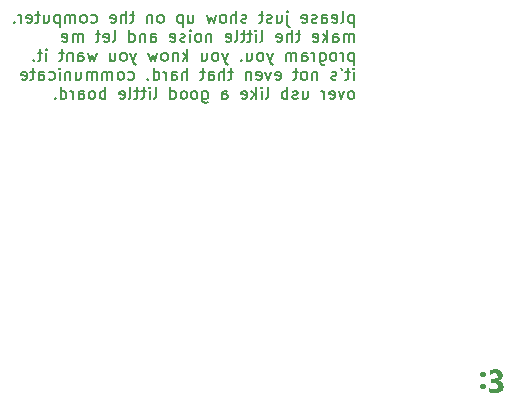
<source format=gbr>
%TF.GenerationSoftware,KiCad,Pcbnew,8.0.1*%
%TF.CreationDate,2024-07-20T14:05:52-04:00*%
%TF.ProjectId,esp32s3,65737033-3273-4332-9e6b-696361645f70,rev?*%
%TF.SameCoordinates,Original*%
%TF.FileFunction,Legend,Bot*%
%TF.FilePolarity,Positive*%
%FSLAX46Y46*%
G04 Gerber Fmt 4.6, Leading zero omitted, Abs format (unit mm)*
G04 Created by KiCad (PCBNEW 8.0.1) date 2024-07-20 14:05:52*
%MOMM*%
%LPD*%
G01*
G04 APERTURE LIST*
%ADD10C,0.200000*%
G04 APERTURE END LIST*
D10*
X144030326Y-52510776D02*
X144030326Y-53510776D01*
X144030326Y-52558395D02*
X143935088Y-52510776D01*
X143935088Y-52510776D02*
X143744612Y-52510776D01*
X143744612Y-52510776D02*
X143649374Y-52558395D01*
X143649374Y-52558395D02*
X143601755Y-52606014D01*
X143601755Y-52606014D02*
X143554136Y-52701252D01*
X143554136Y-52701252D02*
X143554136Y-52986966D01*
X143554136Y-52986966D02*
X143601755Y-53082204D01*
X143601755Y-53082204D02*
X143649374Y-53129824D01*
X143649374Y-53129824D02*
X143744612Y-53177443D01*
X143744612Y-53177443D02*
X143935088Y-53177443D01*
X143935088Y-53177443D02*
X144030326Y-53129824D01*
X142982707Y-53177443D02*
X143077945Y-53129824D01*
X143077945Y-53129824D02*
X143125564Y-53034585D01*
X143125564Y-53034585D02*
X143125564Y-52177443D01*
X142220802Y-53129824D02*
X142316040Y-53177443D01*
X142316040Y-53177443D02*
X142506516Y-53177443D01*
X142506516Y-53177443D02*
X142601754Y-53129824D01*
X142601754Y-53129824D02*
X142649373Y-53034585D01*
X142649373Y-53034585D02*
X142649373Y-52653633D01*
X142649373Y-52653633D02*
X142601754Y-52558395D01*
X142601754Y-52558395D02*
X142506516Y-52510776D01*
X142506516Y-52510776D02*
X142316040Y-52510776D01*
X142316040Y-52510776D02*
X142220802Y-52558395D01*
X142220802Y-52558395D02*
X142173183Y-52653633D01*
X142173183Y-52653633D02*
X142173183Y-52748871D01*
X142173183Y-52748871D02*
X142649373Y-52844109D01*
X141316040Y-53177443D02*
X141316040Y-52653633D01*
X141316040Y-52653633D02*
X141363659Y-52558395D01*
X141363659Y-52558395D02*
X141458897Y-52510776D01*
X141458897Y-52510776D02*
X141649373Y-52510776D01*
X141649373Y-52510776D02*
X141744611Y-52558395D01*
X141316040Y-53129824D02*
X141411278Y-53177443D01*
X141411278Y-53177443D02*
X141649373Y-53177443D01*
X141649373Y-53177443D02*
X141744611Y-53129824D01*
X141744611Y-53129824D02*
X141792230Y-53034585D01*
X141792230Y-53034585D02*
X141792230Y-52939347D01*
X141792230Y-52939347D02*
X141744611Y-52844109D01*
X141744611Y-52844109D02*
X141649373Y-52796490D01*
X141649373Y-52796490D02*
X141411278Y-52796490D01*
X141411278Y-52796490D02*
X141316040Y-52748871D01*
X140887468Y-53129824D02*
X140792230Y-53177443D01*
X140792230Y-53177443D02*
X140601754Y-53177443D01*
X140601754Y-53177443D02*
X140506516Y-53129824D01*
X140506516Y-53129824D02*
X140458897Y-53034585D01*
X140458897Y-53034585D02*
X140458897Y-52986966D01*
X140458897Y-52986966D02*
X140506516Y-52891728D01*
X140506516Y-52891728D02*
X140601754Y-52844109D01*
X140601754Y-52844109D02*
X140744611Y-52844109D01*
X140744611Y-52844109D02*
X140839849Y-52796490D01*
X140839849Y-52796490D02*
X140887468Y-52701252D01*
X140887468Y-52701252D02*
X140887468Y-52653633D01*
X140887468Y-52653633D02*
X140839849Y-52558395D01*
X140839849Y-52558395D02*
X140744611Y-52510776D01*
X140744611Y-52510776D02*
X140601754Y-52510776D01*
X140601754Y-52510776D02*
X140506516Y-52558395D01*
X139649373Y-53129824D02*
X139744611Y-53177443D01*
X139744611Y-53177443D02*
X139935087Y-53177443D01*
X139935087Y-53177443D02*
X140030325Y-53129824D01*
X140030325Y-53129824D02*
X140077944Y-53034585D01*
X140077944Y-53034585D02*
X140077944Y-52653633D01*
X140077944Y-52653633D02*
X140030325Y-52558395D01*
X140030325Y-52558395D02*
X139935087Y-52510776D01*
X139935087Y-52510776D02*
X139744611Y-52510776D01*
X139744611Y-52510776D02*
X139649373Y-52558395D01*
X139649373Y-52558395D02*
X139601754Y-52653633D01*
X139601754Y-52653633D02*
X139601754Y-52748871D01*
X139601754Y-52748871D02*
X140077944Y-52844109D01*
X138411277Y-52510776D02*
X138411277Y-53367919D01*
X138411277Y-53367919D02*
X138458896Y-53463157D01*
X138458896Y-53463157D02*
X138554134Y-53510776D01*
X138554134Y-53510776D02*
X138601753Y-53510776D01*
X138411277Y-52177443D02*
X138458896Y-52225062D01*
X138458896Y-52225062D02*
X138411277Y-52272681D01*
X138411277Y-52272681D02*
X138363658Y-52225062D01*
X138363658Y-52225062D02*
X138411277Y-52177443D01*
X138411277Y-52177443D02*
X138411277Y-52272681D01*
X137506516Y-52510776D02*
X137506516Y-53177443D01*
X137935087Y-52510776D02*
X137935087Y-53034585D01*
X137935087Y-53034585D02*
X137887468Y-53129824D01*
X137887468Y-53129824D02*
X137792230Y-53177443D01*
X137792230Y-53177443D02*
X137649373Y-53177443D01*
X137649373Y-53177443D02*
X137554135Y-53129824D01*
X137554135Y-53129824D02*
X137506516Y-53082204D01*
X137077944Y-53129824D02*
X136982706Y-53177443D01*
X136982706Y-53177443D02*
X136792230Y-53177443D01*
X136792230Y-53177443D02*
X136696992Y-53129824D01*
X136696992Y-53129824D02*
X136649373Y-53034585D01*
X136649373Y-53034585D02*
X136649373Y-52986966D01*
X136649373Y-52986966D02*
X136696992Y-52891728D01*
X136696992Y-52891728D02*
X136792230Y-52844109D01*
X136792230Y-52844109D02*
X136935087Y-52844109D01*
X136935087Y-52844109D02*
X137030325Y-52796490D01*
X137030325Y-52796490D02*
X137077944Y-52701252D01*
X137077944Y-52701252D02*
X137077944Y-52653633D01*
X137077944Y-52653633D02*
X137030325Y-52558395D01*
X137030325Y-52558395D02*
X136935087Y-52510776D01*
X136935087Y-52510776D02*
X136792230Y-52510776D01*
X136792230Y-52510776D02*
X136696992Y-52558395D01*
X136363658Y-52510776D02*
X135982706Y-52510776D01*
X136220801Y-52177443D02*
X136220801Y-53034585D01*
X136220801Y-53034585D02*
X136173182Y-53129824D01*
X136173182Y-53129824D02*
X136077944Y-53177443D01*
X136077944Y-53177443D02*
X135982706Y-53177443D01*
X134935086Y-53129824D02*
X134839848Y-53177443D01*
X134839848Y-53177443D02*
X134649372Y-53177443D01*
X134649372Y-53177443D02*
X134554134Y-53129824D01*
X134554134Y-53129824D02*
X134506515Y-53034585D01*
X134506515Y-53034585D02*
X134506515Y-52986966D01*
X134506515Y-52986966D02*
X134554134Y-52891728D01*
X134554134Y-52891728D02*
X134649372Y-52844109D01*
X134649372Y-52844109D02*
X134792229Y-52844109D01*
X134792229Y-52844109D02*
X134887467Y-52796490D01*
X134887467Y-52796490D02*
X134935086Y-52701252D01*
X134935086Y-52701252D02*
X134935086Y-52653633D01*
X134935086Y-52653633D02*
X134887467Y-52558395D01*
X134887467Y-52558395D02*
X134792229Y-52510776D01*
X134792229Y-52510776D02*
X134649372Y-52510776D01*
X134649372Y-52510776D02*
X134554134Y-52558395D01*
X134077943Y-53177443D02*
X134077943Y-52177443D01*
X133649372Y-53177443D02*
X133649372Y-52653633D01*
X133649372Y-52653633D02*
X133696991Y-52558395D01*
X133696991Y-52558395D02*
X133792229Y-52510776D01*
X133792229Y-52510776D02*
X133935086Y-52510776D01*
X133935086Y-52510776D02*
X134030324Y-52558395D01*
X134030324Y-52558395D02*
X134077943Y-52606014D01*
X133030324Y-53177443D02*
X133125562Y-53129824D01*
X133125562Y-53129824D02*
X133173181Y-53082204D01*
X133173181Y-53082204D02*
X133220800Y-52986966D01*
X133220800Y-52986966D02*
X133220800Y-52701252D01*
X133220800Y-52701252D02*
X133173181Y-52606014D01*
X133173181Y-52606014D02*
X133125562Y-52558395D01*
X133125562Y-52558395D02*
X133030324Y-52510776D01*
X133030324Y-52510776D02*
X132887467Y-52510776D01*
X132887467Y-52510776D02*
X132792229Y-52558395D01*
X132792229Y-52558395D02*
X132744610Y-52606014D01*
X132744610Y-52606014D02*
X132696991Y-52701252D01*
X132696991Y-52701252D02*
X132696991Y-52986966D01*
X132696991Y-52986966D02*
X132744610Y-53082204D01*
X132744610Y-53082204D02*
X132792229Y-53129824D01*
X132792229Y-53129824D02*
X132887467Y-53177443D01*
X132887467Y-53177443D02*
X133030324Y-53177443D01*
X132363657Y-52510776D02*
X132173181Y-53177443D01*
X132173181Y-53177443D02*
X131982705Y-52701252D01*
X131982705Y-52701252D02*
X131792229Y-53177443D01*
X131792229Y-53177443D02*
X131601753Y-52510776D01*
X130030324Y-52510776D02*
X130030324Y-53177443D01*
X130458895Y-52510776D02*
X130458895Y-53034585D01*
X130458895Y-53034585D02*
X130411276Y-53129824D01*
X130411276Y-53129824D02*
X130316038Y-53177443D01*
X130316038Y-53177443D02*
X130173181Y-53177443D01*
X130173181Y-53177443D02*
X130077943Y-53129824D01*
X130077943Y-53129824D02*
X130030324Y-53082204D01*
X129554133Y-52510776D02*
X129554133Y-53510776D01*
X129554133Y-52558395D02*
X129458895Y-52510776D01*
X129458895Y-52510776D02*
X129268419Y-52510776D01*
X129268419Y-52510776D02*
X129173181Y-52558395D01*
X129173181Y-52558395D02*
X129125562Y-52606014D01*
X129125562Y-52606014D02*
X129077943Y-52701252D01*
X129077943Y-52701252D02*
X129077943Y-52986966D01*
X129077943Y-52986966D02*
X129125562Y-53082204D01*
X129125562Y-53082204D02*
X129173181Y-53129824D01*
X129173181Y-53129824D02*
X129268419Y-53177443D01*
X129268419Y-53177443D02*
X129458895Y-53177443D01*
X129458895Y-53177443D02*
X129554133Y-53129824D01*
X127744609Y-53177443D02*
X127839847Y-53129824D01*
X127839847Y-53129824D02*
X127887466Y-53082204D01*
X127887466Y-53082204D02*
X127935085Y-52986966D01*
X127935085Y-52986966D02*
X127935085Y-52701252D01*
X127935085Y-52701252D02*
X127887466Y-52606014D01*
X127887466Y-52606014D02*
X127839847Y-52558395D01*
X127839847Y-52558395D02*
X127744609Y-52510776D01*
X127744609Y-52510776D02*
X127601752Y-52510776D01*
X127601752Y-52510776D02*
X127506514Y-52558395D01*
X127506514Y-52558395D02*
X127458895Y-52606014D01*
X127458895Y-52606014D02*
X127411276Y-52701252D01*
X127411276Y-52701252D02*
X127411276Y-52986966D01*
X127411276Y-52986966D02*
X127458895Y-53082204D01*
X127458895Y-53082204D02*
X127506514Y-53129824D01*
X127506514Y-53129824D02*
X127601752Y-53177443D01*
X127601752Y-53177443D02*
X127744609Y-53177443D01*
X126982704Y-52510776D02*
X126982704Y-53177443D01*
X126982704Y-52606014D02*
X126935085Y-52558395D01*
X126935085Y-52558395D02*
X126839847Y-52510776D01*
X126839847Y-52510776D02*
X126696990Y-52510776D01*
X126696990Y-52510776D02*
X126601752Y-52558395D01*
X126601752Y-52558395D02*
X126554133Y-52653633D01*
X126554133Y-52653633D02*
X126554133Y-53177443D01*
X125458894Y-52510776D02*
X125077942Y-52510776D01*
X125316037Y-52177443D02*
X125316037Y-53034585D01*
X125316037Y-53034585D02*
X125268418Y-53129824D01*
X125268418Y-53129824D02*
X125173180Y-53177443D01*
X125173180Y-53177443D02*
X125077942Y-53177443D01*
X124744608Y-53177443D02*
X124744608Y-52177443D01*
X124316037Y-53177443D02*
X124316037Y-52653633D01*
X124316037Y-52653633D02*
X124363656Y-52558395D01*
X124363656Y-52558395D02*
X124458894Y-52510776D01*
X124458894Y-52510776D02*
X124601751Y-52510776D01*
X124601751Y-52510776D02*
X124696989Y-52558395D01*
X124696989Y-52558395D02*
X124744608Y-52606014D01*
X123458894Y-53129824D02*
X123554132Y-53177443D01*
X123554132Y-53177443D02*
X123744608Y-53177443D01*
X123744608Y-53177443D02*
X123839846Y-53129824D01*
X123839846Y-53129824D02*
X123887465Y-53034585D01*
X123887465Y-53034585D02*
X123887465Y-52653633D01*
X123887465Y-52653633D02*
X123839846Y-52558395D01*
X123839846Y-52558395D02*
X123744608Y-52510776D01*
X123744608Y-52510776D02*
X123554132Y-52510776D01*
X123554132Y-52510776D02*
X123458894Y-52558395D01*
X123458894Y-52558395D02*
X123411275Y-52653633D01*
X123411275Y-52653633D02*
X123411275Y-52748871D01*
X123411275Y-52748871D02*
X123887465Y-52844109D01*
X121792227Y-53129824D02*
X121887465Y-53177443D01*
X121887465Y-53177443D02*
X122077941Y-53177443D01*
X122077941Y-53177443D02*
X122173179Y-53129824D01*
X122173179Y-53129824D02*
X122220798Y-53082204D01*
X122220798Y-53082204D02*
X122268417Y-52986966D01*
X122268417Y-52986966D02*
X122268417Y-52701252D01*
X122268417Y-52701252D02*
X122220798Y-52606014D01*
X122220798Y-52606014D02*
X122173179Y-52558395D01*
X122173179Y-52558395D02*
X122077941Y-52510776D01*
X122077941Y-52510776D02*
X121887465Y-52510776D01*
X121887465Y-52510776D02*
X121792227Y-52558395D01*
X121220798Y-53177443D02*
X121316036Y-53129824D01*
X121316036Y-53129824D02*
X121363655Y-53082204D01*
X121363655Y-53082204D02*
X121411274Y-52986966D01*
X121411274Y-52986966D02*
X121411274Y-52701252D01*
X121411274Y-52701252D02*
X121363655Y-52606014D01*
X121363655Y-52606014D02*
X121316036Y-52558395D01*
X121316036Y-52558395D02*
X121220798Y-52510776D01*
X121220798Y-52510776D02*
X121077941Y-52510776D01*
X121077941Y-52510776D02*
X120982703Y-52558395D01*
X120982703Y-52558395D02*
X120935084Y-52606014D01*
X120935084Y-52606014D02*
X120887465Y-52701252D01*
X120887465Y-52701252D02*
X120887465Y-52986966D01*
X120887465Y-52986966D02*
X120935084Y-53082204D01*
X120935084Y-53082204D02*
X120982703Y-53129824D01*
X120982703Y-53129824D02*
X121077941Y-53177443D01*
X121077941Y-53177443D02*
X121220798Y-53177443D01*
X120458893Y-53177443D02*
X120458893Y-52510776D01*
X120458893Y-52606014D02*
X120411274Y-52558395D01*
X120411274Y-52558395D02*
X120316036Y-52510776D01*
X120316036Y-52510776D02*
X120173179Y-52510776D01*
X120173179Y-52510776D02*
X120077941Y-52558395D01*
X120077941Y-52558395D02*
X120030322Y-52653633D01*
X120030322Y-52653633D02*
X120030322Y-53177443D01*
X120030322Y-52653633D02*
X119982703Y-52558395D01*
X119982703Y-52558395D02*
X119887465Y-52510776D01*
X119887465Y-52510776D02*
X119744608Y-52510776D01*
X119744608Y-52510776D02*
X119649369Y-52558395D01*
X119649369Y-52558395D02*
X119601750Y-52653633D01*
X119601750Y-52653633D02*
X119601750Y-53177443D01*
X119125560Y-52510776D02*
X119125560Y-53510776D01*
X119125560Y-52558395D02*
X119030322Y-52510776D01*
X119030322Y-52510776D02*
X118839846Y-52510776D01*
X118839846Y-52510776D02*
X118744608Y-52558395D01*
X118744608Y-52558395D02*
X118696989Y-52606014D01*
X118696989Y-52606014D02*
X118649370Y-52701252D01*
X118649370Y-52701252D02*
X118649370Y-52986966D01*
X118649370Y-52986966D02*
X118696989Y-53082204D01*
X118696989Y-53082204D02*
X118744608Y-53129824D01*
X118744608Y-53129824D02*
X118839846Y-53177443D01*
X118839846Y-53177443D02*
X119030322Y-53177443D01*
X119030322Y-53177443D02*
X119125560Y-53129824D01*
X117792227Y-52510776D02*
X117792227Y-53177443D01*
X118220798Y-52510776D02*
X118220798Y-53034585D01*
X118220798Y-53034585D02*
X118173179Y-53129824D01*
X118173179Y-53129824D02*
X118077941Y-53177443D01*
X118077941Y-53177443D02*
X117935084Y-53177443D01*
X117935084Y-53177443D02*
X117839846Y-53129824D01*
X117839846Y-53129824D02*
X117792227Y-53082204D01*
X117458893Y-52510776D02*
X117077941Y-52510776D01*
X117316036Y-52177443D02*
X117316036Y-53034585D01*
X117316036Y-53034585D02*
X117268417Y-53129824D01*
X117268417Y-53129824D02*
X117173179Y-53177443D01*
X117173179Y-53177443D02*
X117077941Y-53177443D01*
X116363655Y-53129824D02*
X116458893Y-53177443D01*
X116458893Y-53177443D02*
X116649369Y-53177443D01*
X116649369Y-53177443D02*
X116744607Y-53129824D01*
X116744607Y-53129824D02*
X116792226Y-53034585D01*
X116792226Y-53034585D02*
X116792226Y-52653633D01*
X116792226Y-52653633D02*
X116744607Y-52558395D01*
X116744607Y-52558395D02*
X116649369Y-52510776D01*
X116649369Y-52510776D02*
X116458893Y-52510776D01*
X116458893Y-52510776D02*
X116363655Y-52558395D01*
X116363655Y-52558395D02*
X116316036Y-52653633D01*
X116316036Y-52653633D02*
X116316036Y-52748871D01*
X116316036Y-52748871D02*
X116792226Y-52844109D01*
X115887464Y-53177443D02*
X115887464Y-52510776D01*
X115887464Y-52701252D02*
X115839845Y-52606014D01*
X115839845Y-52606014D02*
X115792226Y-52558395D01*
X115792226Y-52558395D02*
X115696988Y-52510776D01*
X115696988Y-52510776D02*
X115601750Y-52510776D01*
X115268416Y-53082204D02*
X115220797Y-53129824D01*
X115220797Y-53129824D02*
X115268416Y-53177443D01*
X115268416Y-53177443D02*
X115316035Y-53129824D01*
X115316035Y-53129824D02*
X115268416Y-53082204D01*
X115268416Y-53082204D02*
X115268416Y-53177443D01*
X144030326Y-54787387D02*
X144030326Y-54120720D01*
X144030326Y-54215958D02*
X143982707Y-54168339D01*
X143982707Y-54168339D02*
X143887469Y-54120720D01*
X143887469Y-54120720D02*
X143744612Y-54120720D01*
X143744612Y-54120720D02*
X143649374Y-54168339D01*
X143649374Y-54168339D02*
X143601755Y-54263577D01*
X143601755Y-54263577D02*
X143601755Y-54787387D01*
X143601755Y-54263577D02*
X143554136Y-54168339D01*
X143554136Y-54168339D02*
X143458898Y-54120720D01*
X143458898Y-54120720D02*
X143316041Y-54120720D01*
X143316041Y-54120720D02*
X143220802Y-54168339D01*
X143220802Y-54168339D02*
X143173183Y-54263577D01*
X143173183Y-54263577D02*
X143173183Y-54787387D01*
X142268422Y-54787387D02*
X142268422Y-54263577D01*
X142268422Y-54263577D02*
X142316041Y-54168339D01*
X142316041Y-54168339D02*
X142411279Y-54120720D01*
X142411279Y-54120720D02*
X142601755Y-54120720D01*
X142601755Y-54120720D02*
X142696993Y-54168339D01*
X142268422Y-54739768D02*
X142363660Y-54787387D01*
X142363660Y-54787387D02*
X142601755Y-54787387D01*
X142601755Y-54787387D02*
X142696993Y-54739768D01*
X142696993Y-54739768D02*
X142744612Y-54644529D01*
X142744612Y-54644529D02*
X142744612Y-54549291D01*
X142744612Y-54549291D02*
X142696993Y-54454053D01*
X142696993Y-54454053D02*
X142601755Y-54406434D01*
X142601755Y-54406434D02*
X142363660Y-54406434D01*
X142363660Y-54406434D02*
X142268422Y-54358815D01*
X141792231Y-54787387D02*
X141792231Y-53787387D01*
X141696993Y-54406434D02*
X141411279Y-54787387D01*
X141411279Y-54120720D02*
X141792231Y-54501672D01*
X140601755Y-54739768D02*
X140696993Y-54787387D01*
X140696993Y-54787387D02*
X140887469Y-54787387D01*
X140887469Y-54787387D02*
X140982707Y-54739768D01*
X140982707Y-54739768D02*
X141030326Y-54644529D01*
X141030326Y-54644529D02*
X141030326Y-54263577D01*
X141030326Y-54263577D02*
X140982707Y-54168339D01*
X140982707Y-54168339D02*
X140887469Y-54120720D01*
X140887469Y-54120720D02*
X140696993Y-54120720D01*
X140696993Y-54120720D02*
X140601755Y-54168339D01*
X140601755Y-54168339D02*
X140554136Y-54263577D01*
X140554136Y-54263577D02*
X140554136Y-54358815D01*
X140554136Y-54358815D02*
X141030326Y-54454053D01*
X139506516Y-54120720D02*
X139125564Y-54120720D01*
X139363659Y-53787387D02*
X139363659Y-54644529D01*
X139363659Y-54644529D02*
X139316040Y-54739768D01*
X139316040Y-54739768D02*
X139220802Y-54787387D01*
X139220802Y-54787387D02*
X139125564Y-54787387D01*
X138792230Y-54787387D02*
X138792230Y-53787387D01*
X138363659Y-54787387D02*
X138363659Y-54263577D01*
X138363659Y-54263577D02*
X138411278Y-54168339D01*
X138411278Y-54168339D02*
X138506516Y-54120720D01*
X138506516Y-54120720D02*
X138649373Y-54120720D01*
X138649373Y-54120720D02*
X138744611Y-54168339D01*
X138744611Y-54168339D02*
X138792230Y-54215958D01*
X137506516Y-54739768D02*
X137601754Y-54787387D01*
X137601754Y-54787387D02*
X137792230Y-54787387D01*
X137792230Y-54787387D02*
X137887468Y-54739768D01*
X137887468Y-54739768D02*
X137935087Y-54644529D01*
X137935087Y-54644529D02*
X137935087Y-54263577D01*
X137935087Y-54263577D02*
X137887468Y-54168339D01*
X137887468Y-54168339D02*
X137792230Y-54120720D01*
X137792230Y-54120720D02*
X137601754Y-54120720D01*
X137601754Y-54120720D02*
X137506516Y-54168339D01*
X137506516Y-54168339D02*
X137458897Y-54263577D01*
X137458897Y-54263577D02*
X137458897Y-54358815D01*
X137458897Y-54358815D02*
X137935087Y-54454053D01*
X136125563Y-54787387D02*
X136220801Y-54739768D01*
X136220801Y-54739768D02*
X136268420Y-54644529D01*
X136268420Y-54644529D02*
X136268420Y-53787387D01*
X135744610Y-54787387D02*
X135744610Y-54120720D01*
X135744610Y-53787387D02*
X135792229Y-53835006D01*
X135792229Y-53835006D02*
X135744610Y-53882625D01*
X135744610Y-53882625D02*
X135696991Y-53835006D01*
X135696991Y-53835006D02*
X135744610Y-53787387D01*
X135744610Y-53787387D02*
X135744610Y-53882625D01*
X135411277Y-54120720D02*
X135030325Y-54120720D01*
X135268420Y-53787387D02*
X135268420Y-54644529D01*
X135268420Y-54644529D02*
X135220801Y-54739768D01*
X135220801Y-54739768D02*
X135125563Y-54787387D01*
X135125563Y-54787387D02*
X135030325Y-54787387D01*
X134839848Y-54120720D02*
X134458896Y-54120720D01*
X134696991Y-53787387D02*
X134696991Y-54644529D01*
X134696991Y-54644529D02*
X134649372Y-54739768D01*
X134649372Y-54739768D02*
X134554134Y-54787387D01*
X134554134Y-54787387D02*
X134458896Y-54787387D01*
X133982705Y-54787387D02*
X134077943Y-54739768D01*
X134077943Y-54739768D02*
X134125562Y-54644529D01*
X134125562Y-54644529D02*
X134125562Y-53787387D01*
X133220800Y-54739768D02*
X133316038Y-54787387D01*
X133316038Y-54787387D02*
X133506514Y-54787387D01*
X133506514Y-54787387D02*
X133601752Y-54739768D01*
X133601752Y-54739768D02*
X133649371Y-54644529D01*
X133649371Y-54644529D02*
X133649371Y-54263577D01*
X133649371Y-54263577D02*
X133601752Y-54168339D01*
X133601752Y-54168339D02*
X133506514Y-54120720D01*
X133506514Y-54120720D02*
X133316038Y-54120720D01*
X133316038Y-54120720D02*
X133220800Y-54168339D01*
X133220800Y-54168339D02*
X133173181Y-54263577D01*
X133173181Y-54263577D02*
X133173181Y-54358815D01*
X133173181Y-54358815D02*
X133649371Y-54454053D01*
X131982704Y-54120720D02*
X131982704Y-54787387D01*
X131982704Y-54215958D02*
X131935085Y-54168339D01*
X131935085Y-54168339D02*
X131839847Y-54120720D01*
X131839847Y-54120720D02*
X131696990Y-54120720D01*
X131696990Y-54120720D02*
X131601752Y-54168339D01*
X131601752Y-54168339D02*
X131554133Y-54263577D01*
X131554133Y-54263577D02*
X131554133Y-54787387D01*
X130935085Y-54787387D02*
X131030323Y-54739768D01*
X131030323Y-54739768D02*
X131077942Y-54692148D01*
X131077942Y-54692148D02*
X131125561Y-54596910D01*
X131125561Y-54596910D02*
X131125561Y-54311196D01*
X131125561Y-54311196D02*
X131077942Y-54215958D01*
X131077942Y-54215958D02*
X131030323Y-54168339D01*
X131030323Y-54168339D02*
X130935085Y-54120720D01*
X130935085Y-54120720D02*
X130792228Y-54120720D01*
X130792228Y-54120720D02*
X130696990Y-54168339D01*
X130696990Y-54168339D02*
X130649371Y-54215958D01*
X130649371Y-54215958D02*
X130601752Y-54311196D01*
X130601752Y-54311196D02*
X130601752Y-54596910D01*
X130601752Y-54596910D02*
X130649371Y-54692148D01*
X130649371Y-54692148D02*
X130696990Y-54739768D01*
X130696990Y-54739768D02*
X130792228Y-54787387D01*
X130792228Y-54787387D02*
X130935085Y-54787387D01*
X130173180Y-54787387D02*
X130173180Y-54120720D01*
X130173180Y-53787387D02*
X130220799Y-53835006D01*
X130220799Y-53835006D02*
X130173180Y-53882625D01*
X130173180Y-53882625D02*
X130125561Y-53835006D01*
X130125561Y-53835006D02*
X130173180Y-53787387D01*
X130173180Y-53787387D02*
X130173180Y-53882625D01*
X129744609Y-54739768D02*
X129649371Y-54787387D01*
X129649371Y-54787387D02*
X129458895Y-54787387D01*
X129458895Y-54787387D02*
X129363657Y-54739768D01*
X129363657Y-54739768D02*
X129316038Y-54644529D01*
X129316038Y-54644529D02*
X129316038Y-54596910D01*
X129316038Y-54596910D02*
X129363657Y-54501672D01*
X129363657Y-54501672D02*
X129458895Y-54454053D01*
X129458895Y-54454053D02*
X129601752Y-54454053D01*
X129601752Y-54454053D02*
X129696990Y-54406434D01*
X129696990Y-54406434D02*
X129744609Y-54311196D01*
X129744609Y-54311196D02*
X129744609Y-54263577D01*
X129744609Y-54263577D02*
X129696990Y-54168339D01*
X129696990Y-54168339D02*
X129601752Y-54120720D01*
X129601752Y-54120720D02*
X129458895Y-54120720D01*
X129458895Y-54120720D02*
X129363657Y-54168339D01*
X128506514Y-54739768D02*
X128601752Y-54787387D01*
X128601752Y-54787387D02*
X128792228Y-54787387D01*
X128792228Y-54787387D02*
X128887466Y-54739768D01*
X128887466Y-54739768D02*
X128935085Y-54644529D01*
X128935085Y-54644529D02*
X128935085Y-54263577D01*
X128935085Y-54263577D02*
X128887466Y-54168339D01*
X128887466Y-54168339D02*
X128792228Y-54120720D01*
X128792228Y-54120720D02*
X128601752Y-54120720D01*
X128601752Y-54120720D02*
X128506514Y-54168339D01*
X128506514Y-54168339D02*
X128458895Y-54263577D01*
X128458895Y-54263577D02*
X128458895Y-54358815D01*
X128458895Y-54358815D02*
X128935085Y-54454053D01*
X126839847Y-54787387D02*
X126839847Y-54263577D01*
X126839847Y-54263577D02*
X126887466Y-54168339D01*
X126887466Y-54168339D02*
X126982704Y-54120720D01*
X126982704Y-54120720D02*
X127173180Y-54120720D01*
X127173180Y-54120720D02*
X127268418Y-54168339D01*
X126839847Y-54739768D02*
X126935085Y-54787387D01*
X126935085Y-54787387D02*
X127173180Y-54787387D01*
X127173180Y-54787387D02*
X127268418Y-54739768D01*
X127268418Y-54739768D02*
X127316037Y-54644529D01*
X127316037Y-54644529D02*
X127316037Y-54549291D01*
X127316037Y-54549291D02*
X127268418Y-54454053D01*
X127268418Y-54454053D02*
X127173180Y-54406434D01*
X127173180Y-54406434D02*
X126935085Y-54406434D01*
X126935085Y-54406434D02*
X126839847Y-54358815D01*
X126363656Y-54120720D02*
X126363656Y-54787387D01*
X126363656Y-54215958D02*
X126316037Y-54168339D01*
X126316037Y-54168339D02*
X126220799Y-54120720D01*
X126220799Y-54120720D02*
X126077942Y-54120720D01*
X126077942Y-54120720D02*
X125982704Y-54168339D01*
X125982704Y-54168339D02*
X125935085Y-54263577D01*
X125935085Y-54263577D02*
X125935085Y-54787387D01*
X125030323Y-54787387D02*
X125030323Y-53787387D01*
X125030323Y-54739768D02*
X125125561Y-54787387D01*
X125125561Y-54787387D02*
X125316037Y-54787387D01*
X125316037Y-54787387D02*
X125411275Y-54739768D01*
X125411275Y-54739768D02*
X125458894Y-54692148D01*
X125458894Y-54692148D02*
X125506513Y-54596910D01*
X125506513Y-54596910D02*
X125506513Y-54311196D01*
X125506513Y-54311196D02*
X125458894Y-54215958D01*
X125458894Y-54215958D02*
X125411275Y-54168339D01*
X125411275Y-54168339D02*
X125316037Y-54120720D01*
X125316037Y-54120720D02*
X125125561Y-54120720D01*
X125125561Y-54120720D02*
X125030323Y-54168339D01*
X123649370Y-54787387D02*
X123744608Y-54739768D01*
X123744608Y-54739768D02*
X123792227Y-54644529D01*
X123792227Y-54644529D02*
X123792227Y-53787387D01*
X122887465Y-54739768D02*
X122982703Y-54787387D01*
X122982703Y-54787387D02*
X123173179Y-54787387D01*
X123173179Y-54787387D02*
X123268417Y-54739768D01*
X123268417Y-54739768D02*
X123316036Y-54644529D01*
X123316036Y-54644529D02*
X123316036Y-54263577D01*
X123316036Y-54263577D02*
X123268417Y-54168339D01*
X123268417Y-54168339D02*
X123173179Y-54120720D01*
X123173179Y-54120720D02*
X122982703Y-54120720D01*
X122982703Y-54120720D02*
X122887465Y-54168339D01*
X122887465Y-54168339D02*
X122839846Y-54263577D01*
X122839846Y-54263577D02*
X122839846Y-54358815D01*
X122839846Y-54358815D02*
X123316036Y-54454053D01*
X122554131Y-54120720D02*
X122173179Y-54120720D01*
X122411274Y-53787387D02*
X122411274Y-54644529D01*
X122411274Y-54644529D02*
X122363655Y-54739768D01*
X122363655Y-54739768D02*
X122268417Y-54787387D01*
X122268417Y-54787387D02*
X122173179Y-54787387D01*
X121077940Y-54787387D02*
X121077940Y-54120720D01*
X121077940Y-54215958D02*
X121030321Y-54168339D01*
X121030321Y-54168339D02*
X120935083Y-54120720D01*
X120935083Y-54120720D02*
X120792226Y-54120720D01*
X120792226Y-54120720D02*
X120696988Y-54168339D01*
X120696988Y-54168339D02*
X120649369Y-54263577D01*
X120649369Y-54263577D02*
X120649369Y-54787387D01*
X120649369Y-54263577D02*
X120601750Y-54168339D01*
X120601750Y-54168339D02*
X120506512Y-54120720D01*
X120506512Y-54120720D02*
X120363655Y-54120720D01*
X120363655Y-54120720D02*
X120268416Y-54168339D01*
X120268416Y-54168339D02*
X120220797Y-54263577D01*
X120220797Y-54263577D02*
X120220797Y-54787387D01*
X119363655Y-54739768D02*
X119458893Y-54787387D01*
X119458893Y-54787387D02*
X119649369Y-54787387D01*
X119649369Y-54787387D02*
X119744607Y-54739768D01*
X119744607Y-54739768D02*
X119792226Y-54644529D01*
X119792226Y-54644529D02*
X119792226Y-54263577D01*
X119792226Y-54263577D02*
X119744607Y-54168339D01*
X119744607Y-54168339D02*
X119649369Y-54120720D01*
X119649369Y-54120720D02*
X119458893Y-54120720D01*
X119458893Y-54120720D02*
X119363655Y-54168339D01*
X119363655Y-54168339D02*
X119316036Y-54263577D01*
X119316036Y-54263577D02*
X119316036Y-54358815D01*
X119316036Y-54358815D02*
X119792226Y-54454053D01*
X144030326Y-55730664D02*
X144030326Y-56730664D01*
X144030326Y-55778283D02*
X143935088Y-55730664D01*
X143935088Y-55730664D02*
X143744612Y-55730664D01*
X143744612Y-55730664D02*
X143649374Y-55778283D01*
X143649374Y-55778283D02*
X143601755Y-55825902D01*
X143601755Y-55825902D02*
X143554136Y-55921140D01*
X143554136Y-55921140D02*
X143554136Y-56206854D01*
X143554136Y-56206854D02*
X143601755Y-56302092D01*
X143601755Y-56302092D02*
X143649374Y-56349712D01*
X143649374Y-56349712D02*
X143744612Y-56397331D01*
X143744612Y-56397331D02*
X143935088Y-56397331D01*
X143935088Y-56397331D02*
X144030326Y-56349712D01*
X143125564Y-56397331D02*
X143125564Y-55730664D01*
X143125564Y-55921140D02*
X143077945Y-55825902D01*
X143077945Y-55825902D02*
X143030326Y-55778283D01*
X143030326Y-55778283D02*
X142935088Y-55730664D01*
X142935088Y-55730664D02*
X142839850Y-55730664D01*
X142363659Y-56397331D02*
X142458897Y-56349712D01*
X142458897Y-56349712D02*
X142506516Y-56302092D01*
X142506516Y-56302092D02*
X142554135Y-56206854D01*
X142554135Y-56206854D02*
X142554135Y-55921140D01*
X142554135Y-55921140D02*
X142506516Y-55825902D01*
X142506516Y-55825902D02*
X142458897Y-55778283D01*
X142458897Y-55778283D02*
X142363659Y-55730664D01*
X142363659Y-55730664D02*
X142220802Y-55730664D01*
X142220802Y-55730664D02*
X142125564Y-55778283D01*
X142125564Y-55778283D02*
X142077945Y-55825902D01*
X142077945Y-55825902D02*
X142030326Y-55921140D01*
X142030326Y-55921140D02*
X142030326Y-56206854D01*
X142030326Y-56206854D02*
X142077945Y-56302092D01*
X142077945Y-56302092D02*
X142125564Y-56349712D01*
X142125564Y-56349712D02*
X142220802Y-56397331D01*
X142220802Y-56397331D02*
X142363659Y-56397331D01*
X141173183Y-55730664D02*
X141173183Y-56540188D01*
X141173183Y-56540188D02*
X141220802Y-56635426D01*
X141220802Y-56635426D02*
X141268421Y-56683045D01*
X141268421Y-56683045D02*
X141363659Y-56730664D01*
X141363659Y-56730664D02*
X141506516Y-56730664D01*
X141506516Y-56730664D02*
X141601754Y-56683045D01*
X141173183Y-56349712D02*
X141268421Y-56397331D01*
X141268421Y-56397331D02*
X141458897Y-56397331D01*
X141458897Y-56397331D02*
X141554135Y-56349712D01*
X141554135Y-56349712D02*
X141601754Y-56302092D01*
X141601754Y-56302092D02*
X141649373Y-56206854D01*
X141649373Y-56206854D02*
X141649373Y-55921140D01*
X141649373Y-55921140D02*
X141601754Y-55825902D01*
X141601754Y-55825902D02*
X141554135Y-55778283D01*
X141554135Y-55778283D02*
X141458897Y-55730664D01*
X141458897Y-55730664D02*
X141268421Y-55730664D01*
X141268421Y-55730664D02*
X141173183Y-55778283D01*
X140696992Y-56397331D02*
X140696992Y-55730664D01*
X140696992Y-55921140D02*
X140649373Y-55825902D01*
X140649373Y-55825902D02*
X140601754Y-55778283D01*
X140601754Y-55778283D02*
X140506516Y-55730664D01*
X140506516Y-55730664D02*
X140411278Y-55730664D01*
X139649373Y-56397331D02*
X139649373Y-55873521D01*
X139649373Y-55873521D02*
X139696992Y-55778283D01*
X139696992Y-55778283D02*
X139792230Y-55730664D01*
X139792230Y-55730664D02*
X139982706Y-55730664D01*
X139982706Y-55730664D02*
X140077944Y-55778283D01*
X139649373Y-56349712D02*
X139744611Y-56397331D01*
X139744611Y-56397331D02*
X139982706Y-56397331D01*
X139982706Y-56397331D02*
X140077944Y-56349712D01*
X140077944Y-56349712D02*
X140125563Y-56254473D01*
X140125563Y-56254473D02*
X140125563Y-56159235D01*
X140125563Y-56159235D02*
X140077944Y-56063997D01*
X140077944Y-56063997D02*
X139982706Y-56016378D01*
X139982706Y-56016378D02*
X139744611Y-56016378D01*
X139744611Y-56016378D02*
X139649373Y-55968759D01*
X139173182Y-56397331D02*
X139173182Y-55730664D01*
X139173182Y-55825902D02*
X139125563Y-55778283D01*
X139125563Y-55778283D02*
X139030325Y-55730664D01*
X139030325Y-55730664D02*
X138887468Y-55730664D01*
X138887468Y-55730664D02*
X138792230Y-55778283D01*
X138792230Y-55778283D02*
X138744611Y-55873521D01*
X138744611Y-55873521D02*
X138744611Y-56397331D01*
X138744611Y-55873521D02*
X138696992Y-55778283D01*
X138696992Y-55778283D02*
X138601754Y-55730664D01*
X138601754Y-55730664D02*
X138458897Y-55730664D01*
X138458897Y-55730664D02*
X138363658Y-55778283D01*
X138363658Y-55778283D02*
X138316039Y-55873521D01*
X138316039Y-55873521D02*
X138316039Y-56397331D01*
X137173182Y-55730664D02*
X136935087Y-56397331D01*
X136696992Y-55730664D02*
X136935087Y-56397331D01*
X136935087Y-56397331D02*
X137030325Y-56635426D01*
X137030325Y-56635426D02*
X137077944Y-56683045D01*
X137077944Y-56683045D02*
X137173182Y-56730664D01*
X136173182Y-56397331D02*
X136268420Y-56349712D01*
X136268420Y-56349712D02*
X136316039Y-56302092D01*
X136316039Y-56302092D02*
X136363658Y-56206854D01*
X136363658Y-56206854D02*
X136363658Y-55921140D01*
X136363658Y-55921140D02*
X136316039Y-55825902D01*
X136316039Y-55825902D02*
X136268420Y-55778283D01*
X136268420Y-55778283D02*
X136173182Y-55730664D01*
X136173182Y-55730664D02*
X136030325Y-55730664D01*
X136030325Y-55730664D02*
X135935087Y-55778283D01*
X135935087Y-55778283D02*
X135887468Y-55825902D01*
X135887468Y-55825902D02*
X135839849Y-55921140D01*
X135839849Y-55921140D02*
X135839849Y-56206854D01*
X135839849Y-56206854D02*
X135887468Y-56302092D01*
X135887468Y-56302092D02*
X135935087Y-56349712D01*
X135935087Y-56349712D02*
X136030325Y-56397331D01*
X136030325Y-56397331D02*
X136173182Y-56397331D01*
X134982706Y-55730664D02*
X134982706Y-56397331D01*
X135411277Y-55730664D02*
X135411277Y-56254473D01*
X135411277Y-56254473D02*
X135363658Y-56349712D01*
X135363658Y-56349712D02*
X135268420Y-56397331D01*
X135268420Y-56397331D02*
X135125563Y-56397331D01*
X135125563Y-56397331D02*
X135030325Y-56349712D01*
X135030325Y-56349712D02*
X134982706Y-56302092D01*
X134506515Y-56302092D02*
X134458896Y-56349712D01*
X134458896Y-56349712D02*
X134506515Y-56397331D01*
X134506515Y-56397331D02*
X134554134Y-56349712D01*
X134554134Y-56349712D02*
X134506515Y-56302092D01*
X134506515Y-56302092D02*
X134506515Y-56397331D01*
X133363658Y-55730664D02*
X133125563Y-56397331D01*
X132887468Y-55730664D02*
X133125563Y-56397331D01*
X133125563Y-56397331D02*
X133220801Y-56635426D01*
X133220801Y-56635426D02*
X133268420Y-56683045D01*
X133268420Y-56683045D02*
X133363658Y-56730664D01*
X132363658Y-56397331D02*
X132458896Y-56349712D01*
X132458896Y-56349712D02*
X132506515Y-56302092D01*
X132506515Y-56302092D02*
X132554134Y-56206854D01*
X132554134Y-56206854D02*
X132554134Y-55921140D01*
X132554134Y-55921140D02*
X132506515Y-55825902D01*
X132506515Y-55825902D02*
X132458896Y-55778283D01*
X132458896Y-55778283D02*
X132363658Y-55730664D01*
X132363658Y-55730664D02*
X132220801Y-55730664D01*
X132220801Y-55730664D02*
X132125563Y-55778283D01*
X132125563Y-55778283D02*
X132077944Y-55825902D01*
X132077944Y-55825902D02*
X132030325Y-55921140D01*
X132030325Y-55921140D02*
X132030325Y-56206854D01*
X132030325Y-56206854D02*
X132077944Y-56302092D01*
X132077944Y-56302092D02*
X132125563Y-56349712D01*
X132125563Y-56349712D02*
X132220801Y-56397331D01*
X132220801Y-56397331D02*
X132363658Y-56397331D01*
X131173182Y-55730664D02*
X131173182Y-56397331D01*
X131601753Y-55730664D02*
X131601753Y-56254473D01*
X131601753Y-56254473D02*
X131554134Y-56349712D01*
X131554134Y-56349712D02*
X131458896Y-56397331D01*
X131458896Y-56397331D02*
X131316039Y-56397331D01*
X131316039Y-56397331D02*
X131220801Y-56349712D01*
X131220801Y-56349712D02*
X131173182Y-56302092D01*
X129935086Y-56397331D02*
X129935086Y-55397331D01*
X129839848Y-56016378D02*
X129554134Y-56397331D01*
X129554134Y-55730664D02*
X129935086Y-56111616D01*
X129125562Y-55730664D02*
X129125562Y-56397331D01*
X129125562Y-55825902D02*
X129077943Y-55778283D01*
X129077943Y-55778283D02*
X128982705Y-55730664D01*
X128982705Y-55730664D02*
X128839848Y-55730664D01*
X128839848Y-55730664D02*
X128744610Y-55778283D01*
X128744610Y-55778283D02*
X128696991Y-55873521D01*
X128696991Y-55873521D02*
X128696991Y-56397331D01*
X128077943Y-56397331D02*
X128173181Y-56349712D01*
X128173181Y-56349712D02*
X128220800Y-56302092D01*
X128220800Y-56302092D02*
X128268419Y-56206854D01*
X128268419Y-56206854D02*
X128268419Y-55921140D01*
X128268419Y-55921140D02*
X128220800Y-55825902D01*
X128220800Y-55825902D02*
X128173181Y-55778283D01*
X128173181Y-55778283D02*
X128077943Y-55730664D01*
X128077943Y-55730664D02*
X127935086Y-55730664D01*
X127935086Y-55730664D02*
X127839848Y-55778283D01*
X127839848Y-55778283D02*
X127792229Y-55825902D01*
X127792229Y-55825902D02*
X127744610Y-55921140D01*
X127744610Y-55921140D02*
X127744610Y-56206854D01*
X127744610Y-56206854D02*
X127792229Y-56302092D01*
X127792229Y-56302092D02*
X127839848Y-56349712D01*
X127839848Y-56349712D02*
X127935086Y-56397331D01*
X127935086Y-56397331D02*
X128077943Y-56397331D01*
X127411276Y-55730664D02*
X127220800Y-56397331D01*
X127220800Y-56397331D02*
X127030324Y-55921140D01*
X127030324Y-55921140D02*
X126839848Y-56397331D01*
X126839848Y-56397331D02*
X126649372Y-55730664D01*
X125601752Y-55730664D02*
X125363657Y-56397331D01*
X125125562Y-55730664D02*
X125363657Y-56397331D01*
X125363657Y-56397331D02*
X125458895Y-56635426D01*
X125458895Y-56635426D02*
X125506514Y-56683045D01*
X125506514Y-56683045D02*
X125601752Y-56730664D01*
X124601752Y-56397331D02*
X124696990Y-56349712D01*
X124696990Y-56349712D02*
X124744609Y-56302092D01*
X124744609Y-56302092D02*
X124792228Y-56206854D01*
X124792228Y-56206854D02*
X124792228Y-55921140D01*
X124792228Y-55921140D02*
X124744609Y-55825902D01*
X124744609Y-55825902D02*
X124696990Y-55778283D01*
X124696990Y-55778283D02*
X124601752Y-55730664D01*
X124601752Y-55730664D02*
X124458895Y-55730664D01*
X124458895Y-55730664D02*
X124363657Y-55778283D01*
X124363657Y-55778283D02*
X124316038Y-55825902D01*
X124316038Y-55825902D02*
X124268419Y-55921140D01*
X124268419Y-55921140D02*
X124268419Y-56206854D01*
X124268419Y-56206854D02*
X124316038Y-56302092D01*
X124316038Y-56302092D02*
X124363657Y-56349712D01*
X124363657Y-56349712D02*
X124458895Y-56397331D01*
X124458895Y-56397331D02*
X124601752Y-56397331D01*
X123411276Y-55730664D02*
X123411276Y-56397331D01*
X123839847Y-55730664D02*
X123839847Y-56254473D01*
X123839847Y-56254473D02*
X123792228Y-56349712D01*
X123792228Y-56349712D02*
X123696990Y-56397331D01*
X123696990Y-56397331D02*
X123554133Y-56397331D01*
X123554133Y-56397331D02*
X123458895Y-56349712D01*
X123458895Y-56349712D02*
X123411276Y-56302092D01*
X122268418Y-55730664D02*
X122077942Y-56397331D01*
X122077942Y-56397331D02*
X121887466Y-55921140D01*
X121887466Y-55921140D02*
X121696990Y-56397331D01*
X121696990Y-56397331D02*
X121506514Y-55730664D01*
X120696990Y-56397331D02*
X120696990Y-55873521D01*
X120696990Y-55873521D02*
X120744609Y-55778283D01*
X120744609Y-55778283D02*
X120839847Y-55730664D01*
X120839847Y-55730664D02*
X121030323Y-55730664D01*
X121030323Y-55730664D02*
X121125561Y-55778283D01*
X120696990Y-56349712D02*
X120792228Y-56397331D01*
X120792228Y-56397331D02*
X121030323Y-56397331D01*
X121030323Y-56397331D02*
X121125561Y-56349712D01*
X121125561Y-56349712D02*
X121173180Y-56254473D01*
X121173180Y-56254473D02*
X121173180Y-56159235D01*
X121173180Y-56159235D02*
X121125561Y-56063997D01*
X121125561Y-56063997D02*
X121030323Y-56016378D01*
X121030323Y-56016378D02*
X120792228Y-56016378D01*
X120792228Y-56016378D02*
X120696990Y-55968759D01*
X120220799Y-55730664D02*
X120220799Y-56397331D01*
X120220799Y-55825902D02*
X120173180Y-55778283D01*
X120173180Y-55778283D02*
X120077942Y-55730664D01*
X120077942Y-55730664D02*
X119935085Y-55730664D01*
X119935085Y-55730664D02*
X119839847Y-55778283D01*
X119839847Y-55778283D02*
X119792228Y-55873521D01*
X119792228Y-55873521D02*
X119792228Y-56397331D01*
X119458894Y-55730664D02*
X119077942Y-55730664D01*
X119316037Y-55397331D02*
X119316037Y-56254473D01*
X119316037Y-56254473D02*
X119268418Y-56349712D01*
X119268418Y-56349712D02*
X119173180Y-56397331D01*
X119173180Y-56397331D02*
X119077942Y-56397331D01*
X117982703Y-56397331D02*
X117982703Y-55730664D01*
X117982703Y-55397331D02*
X118030322Y-55444950D01*
X118030322Y-55444950D02*
X117982703Y-55492569D01*
X117982703Y-55492569D02*
X117935084Y-55444950D01*
X117935084Y-55444950D02*
X117982703Y-55397331D01*
X117982703Y-55397331D02*
X117982703Y-55492569D01*
X117649370Y-55730664D02*
X117268418Y-55730664D01*
X117506513Y-55397331D02*
X117506513Y-56254473D01*
X117506513Y-56254473D02*
X117458894Y-56349712D01*
X117458894Y-56349712D02*
X117363656Y-56397331D01*
X117363656Y-56397331D02*
X117268418Y-56397331D01*
X116935084Y-56302092D02*
X116887465Y-56349712D01*
X116887465Y-56349712D02*
X116935084Y-56397331D01*
X116935084Y-56397331D02*
X116982703Y-56349712D01*
X116982703Y-56349712D02*
X116935084Y-56302092D01*
X116935084Y-56302092D02*
X116935084Y-56397331D01*
X144030326Y-58007275D02*
X144030326Y-57340608D01*
X144030326Y-57007275D02*
X144077945Y-57054894D01*
X144077945Y-57054894D02*
X144030326Y-57102513D01*
X144030326Y-57102513D02*
X143982707Y-57054894D01*
X143982707Y-57054894D02*
X144030326Y-57007275D01*
X144030326Y-57007275D02*
X144030326Y-57102513D01*
X143696993Y-57340608D02*
X143316041Y-57340608D01*
X143554136Y-57007275D02*
X143554136Y-57864417D01*
X143554136Y-57864417D02*
X143506517Y-57959656D01*
X143506517Y-57959656D02*
X143411279Y-58007275D01*
X143411279Y-58007275D02*
X143316041Y-58007275D01*
X142935088Y-57007275D02*
X143030326Y-57197751D01*
X142554136Y-57959656D02*
X142458898Y-58007275D01*
X142458898Y-58007275D02*
X142268422Y-58007275D01*
X142268422Y-58007275D02*
X142173184Y-57959656D01*
X142173184Y-57959656D02*
X142125565Y-57864417D01*
X142125565Y-57864417D02*
X142125565Y-57816798D01*
X142125565Y-57816798D02*
X142173184Y-57721560D01*
X142173184Y-57721560D02*
X142268422Y-57673941D01*
X142268422Y-57673941D02*
X142411279Y-57673941D01*
X142411279Y-57673941D02*
X142506517Y-57626322D01*
X142506517Y-57626322D02*
X142554136Y-57531084D01*
X142554136Y-57531084D02*
X142554136Y-57483465D01*
X142554136Y-57483465D02*
X142506517Y-57388227D01*
X142506517Y-57388227D02*
X142411279Y-57340608D01*
X142411279Y-57340608D02*
X142268422Y-57340608D01*
X142268422Y-57340608D02*
X142173184Y-57388227D01*
X140935088Y-57340608D02*
X140935088Y-58007275D01*
X140935088Y-57435846D02*
X140887469Y-57388227D01*
X140887469Y-57388227D02*
X140792231Y-57340608D01*
X140792231Y-57340608D02*
X140649374Y-57340608D01*
X140649374Y-57340608D02*
X140554136Y-57388227D01*
X140554136Y-57388227D02*
X140506517Y-57483465D01*
X140506517Y-57483465D02*
X140506517Y-58007275D01*
X139887469Y-58007275D02*
X139982707Y-57959656D01*
X139982707Y-57959656D02*
X140030326Y-57912036D01*
X140030326Y-57912036D02*
X140077945Y-57816798D01*
X140077945Y-57816798D02*
X140077945Y-57531084D01*
X140077945Y-57531084D02*
X140030326Y-57435846D01*
X140030326Y-57435846D02*
X139982707Y-57388227D01*
X139982707Y-57388227D02*
X139887469Y-57340608D01*
X139887469Y-57340608D02*
X139744612Y-57340608D01*
X139744612Y-57340608D02*
X139649374Y-57388227D01*
X139649374Y-57388227D02*
X139601755Y-57435846D01*
X139601755Y-57435846D02*
X139554136Y-57531084D01*
X139554136Y-57531084D02*
X139554136Y-57816798D01*
X139554136Y-57816798D02*
X139601755Y-57912036D01*
X139601755Y-57912036D02*
X139649374Y-57959656D01*
X139649374Y-57959656D02*
X139744612Y-58007275D01*
X139744612Y-58007275D02*
X139887469Y-58007275D01*
X139268421Y-57340608D02*
X138887469Y-57340608D01*
X139125564Y-57007275D02*
X139125564Y-57864417D01*
X139125564Y-57864417D02*
X139077945Y-57959656D01*
X139077945Y-57959656D02*
X138982707Y-58007275D01*
X138982707Y-58007275D02*
X138887469Y-58007275D01*
X137411278Y-57959656D02*
X137506516Y-58007275D01*
X137506516Y-58007275D02*
X137696992Y-58007275D01*
X137696992Y-58007275D02*
X137792230Y-57959656D01*
X137792230Y-57959656D02*
X137839849Y-57864417D01*
X137839849Y-57864417D02*
X137839849Y-57483465D01*
X137839849Y-57483465D02*
X137792230Y-57388227D01*
X137792230Y-57388227D02*
X137696992Y-57340608D01*
X137696992Y-57340608D02*
X137506516Y-57340608D01*
X137506516Y-57340608D02*
X137411278Y-57388227D01*
X137411278Y-57388227D02*
X137363659Y-57483465D01*
X137363659Y-57483465D02*
X137363659Y-57578703D01*
X137363659Y-57578703D02*
X137839849Y-57673941D01*
X137030325Y-57340608D02*
X136792230Y-58007275D01*
X136792230Y-58007275D02*
X136554135Y-57340608D01*
X135792230Y-57959656D02*
X135887468Y-58007275D01*
X135887468Y-58007275D02*
X136077944Y-58007275D01*
X136077944Y-58007275D02*
X136173182Y-57959656D01*
X136173182Y-57959656D02*
X136220801Y-57864417D01*
X136220801Y-57864417D02*
X136220801Y-57483465D01*
X136220801Y-57483465D02*
X136173182Y-57388227D01*
X136173182Y-57388227D02*
X136077944Y-57340608D01*
X136077944Y-57340608D02*
X135887468Y-57340608D01*
X135887468Y-57340608D02*
X135792230Y-57388227D01*
X135792230Y-57388227D02*
X135744611Y-57483465D01*
X135744611Y-57483465D02*
X135744611Y-57578703D01*
X135744611Y-57578703D02*
X136220801Y-57673941D01*
X135316039Y-57340608D02*
X135316039Y-58007275D01*
X135316039Y-57435846D02*
X135268420Y-57388227D01*
X135268420Y-57388227D02*
X135173182Y-57340608D01*
X135173182Y-57340608D02*
X135030325Y-57340608D01*
X135030325Y-57340608D02*
X134935087Y-57388227D01*
X134935087Y-57388227D02*
X134887468Y-57483465D01*
X134887468Y-57483465D02*
X134887468Y-58007275D01*
X133792229Y-57340608D02*
X133411277Y-57340608D01*
X133649372Y-57007275D02*
X133649372Y-57864417D01*
X133649372Y-57864417D02*
X133601753Y-57959656D01*
X133601753Y-57959656D02*
X133506515Y-58007275D01*
X133506515Y-58007275D02*
X133411277Y-58007275D01*
X133077943Y-58007275D02*
X133077943Y-57007275D01*
X132649372Y-58007275D02*
X132649372Y-57483465D01*
X132649372Y-57483465D02*
X132696991Y-57388227D01*
X132696991Y-57388227D02*
X132792229Y-57340608D01*
X132792229Y-57340608D02*
X132935086Y-57340608D01*
X132935086Y-57340608D02*
X133030324Y-57388227D01*
X133030324Y-57388227D02*
X133077943Y-57435846D01*
X131744610Y-58007275D02*
X131744610Y-57483465D01*
X131744610Y-57483465D02*
X131792229Y-57388227D01*
X131792229Y-57388227D02*
X131887467Y-57340608D01*
X131887467Y-57340608D02*
X132077943Y-57340608D01*
X132077943Y-57340608D02*
X132173181Y-57388227D01*
X131744610Y-57959656D02*
X131839848Y-58007275D01*
X131839848Y-58007275D02*
X132077943Y-58007275D01*
X132077943Y-58007275D02*
X132173181Y-57959656D01*
X132173181Y-57959656D02*
X132220800Y-57864417D01*
X132220800Y-57864417D02*
X132220800Y-57769179D01*
X132220800Y-57769179D02*
X132173181Y-57673941D01*
X132173181Y-57673941D02*
X132077943Y-57626322D01*
X132077943Y-57626322D02*
X131839848Y-57626322D01*
X131839848Y-57626322D02*
X131744610Y-57578703D01*
X131411276Y-57340608D02*
X131030324Y-57340608D01*
X131268419Y-57007275D02*
X131268419Y-57864417D01*
X131268419Y-57864417D02*
X131220800Y-57959656D01*
X131220800Y-57959656D02*
X131125562Y-58007275D01*
X131125562Y-58007275D02*
X131030324Y-58007275D01*
X129935085Y-58007275D02*
X129935085Y-57007275D01*
X129506514Y-58007275D02*
X129506514Y-57483465D01*
X129506514Y-57483465D02*
X129554133Y-57388227D01*
X129554133Y-57388227D02*
X129649371Y-57340608D01*
X129649371Y-57340608D02*
X129792228Y-57340608D01*
X129792228Y-57340608D02*
X129887466Y-57388227D01*
X129887466Y-57388227D02*
X129935085Y-57435846D01*
X128601752Y-58007275D02*
X128601752Y-57483465D01*
X128601752Y-57483465D02*
X128649371Y-57388227D01*
X128649371Y-57388227D02*
X128744609Y-57340608D01*
X128744609Y-57340608D02*
X128935085Y-57340608D01*
X128935085Y-57340608D02*
X129030323Y-57388227D01*
X128601752Y-57959656D02*
X128696990Y-58007275D01*
X128696990Y-58007275D02*
X128935085Y-58007275D01*
X128935085Y-58007275D02*
X129030323Y-57959656D01*
X129030323Y-57959656D02*
X129077942Y-57864417D01*
X129077942Y-57864417D02*
X129077942Y-57769179D01*
X129077942Y-57769179D02*
X129030323Y-57673941D01*
X129030323Y-57673941D02*
X128935085Y-57626322D01*
X128935085Y-57626322D02*
X128696990Y-57626322D01*
X128696990Y-57626322D02*
X128601752Y-57578703D01*
X128125561Y-58007275D02*
X128125561Y-57340608D01*
X128125561Y-57531084D02*
X128077942Y-57435846D01*
X128077942Y-57435846D02*
X128030323Y-57388227D01*
X128030323Y-57388227D02*
X127935085Y-57340608D01*
X127935085Y-57340608D02*
X127839847Y-57340608D01*
X127077942Y-58007275D02*
X127077942Y-57007275D01*
X127077942Y-57959656D02*
X127173180Y-58007275D01*
X127173180Y-58007275D02*
X127363656Y-58007275D01*
X127363656Y-58007275D02*
X127458894Y-57959656D01*
X127458894Y-57959656D02*
X127506513Y-57912036D01*
X127506513Y-57912036D02*
X127554132Y-57816798D01*
X127554132Y-57816798D02*
X127554132Y-57531084D01*
X127554132Y-57531084D02*
X127506513Y-57435846D01*
X127506513Y-57435846D02*
X127458894Y-57388227D01*
X127458894Y-57388227D02*
X127363656Y-57340608D01*
X127363656Y-57340608D02*
X127173180Y-57340608D01*
X127173180Y-57340608D02*
X127077942Y-57388227D01*
X126601751Y-57912036D02*
X126554132Y-57959656D01*
X126554132Y-57959656D02*
X126601751Y-58007275D01*
X126601751Y-58007275D02*
X126649370Y-57959656D01*
X126649370Y-57959656D02*
X126601751Y-57912036D01*
X126601751Y-57912036D02*
X126601751Y-58007275D01*
X124935085Y-57959656D02*
X125030323Y-58007275D01*
X125030323Y-58007275D02*
X125220799Y-58007275D01*
X125220799Y-58007275D02*
X125316037Y-57959656D01*
X125316037Y-57959656D02*
X125363656Y-57912036D01*
X125363656Y-57912036D02*
X125411275Y-57816798D01*
X125411275Y-57816798D02*
X125411275Y-57531084D01*
X125411275Y-57531084D02*
X125363656Y-57435846D01*
X125363656Y-57435846D02*
X125316037Y-57388227D01*
X125316037Y-57388227D02*
X125220799Y-57340608D01*
X125220799Y-57340608D02*
X125030323Y-57340608D01*
X125030323Y-57340608D02*
X124935085Y-57388227D01*
X124363656Y-58007275D02*
X124458894Y-57959656D01*
X124458894Y-57959656D02*
X124506513Y-57912036D01*
X124506513Y-57912036D02*
X124554132Y-57816798D01*
X124554132Y-57816798D02*
X124554132Y-57531084D01*
X124554132Y-57531084D02*
X124506513Y-57435846D01*
X124506513Y-57435846D02*
X124458894Y-57388227D01*
X124458894Y-57388227D02*
X124363656Y-57340608D01*
X124363656Y-57340608D02*
X124220799Y-57340608D01*
X124220799Y-57340608D02*
X124125561Y-57388227D01*
X124125561Y-57388227D02*
X124077942Y-57435846D01*
X124077942Y-57435846D02*
X124030323Y-57531084D01*
X124030323Y-57531084D02*
X124030323Y-57816798D01*
X124030323Y-57816798D02*
X124077942Y-57912036D01*
X124077942Y-57912036D02*
X124125561Y-57959656D01*
X124125561Y-57959656D02*
X124220799Y-58007275D01*
X124220799Y-58007275D02*
X124363656Y-58007275D01*
X123601751Y-58007275D02*
X123601751Y-57340608D01*
X123601751Y-57435846D02*
X123554132Y-57388227D01*
X123554132Y-57388227D02*
X123458894Y-57340608D01*
X123458894Y-57340608D02*
X123316037Y-57340608D01*
X123316037Y-57340608D02*
X123220799Y-57388227D01*
X123220799Y-57388227D02*
X123173180Y-57483465D01*
X123173180Y-57483465D02*
X123173180Y-58007275D01*
X123173180Y-57483465D02*
X123125561Y-57388227D01*
X123125561Y-57388227D02*
X123030323Y-57340608D01*
X123030323Y-57340608D02*
X122887466Y-57340608D01*
X122887466Y-57340608D02*
X122792227Y-57388227D01*
X122792227Y-57388227D02*
X122744608Y-57483465D01*
X122744608Y-57483465D02*
X122744608Y-58007275D01*
X122268418Y-58007275D02*
X122268418Y-57340608D01*
X122268418Y-57435846D02*
X122220799Y-57388227D01*
X122220799Y-57388227D02*
X122125561Y-57340608D01*
X122125561Y-57340608D02*
X121982704Y-57340608D01*
X121982704Y-57340608D02*
X121887466Y-57388227D01*
X121887466Y-57388227D02*
X121839847Y-57483465D01*
X121839847Y-57483465D02*
X121839847Y-58007275D01*
X121839847Y-57483465D02*
X121792228Y-57388227D01*
X121792228Y-57388227D02*
X121696990Y-57340608D01*
X121696990Y-57340608D02*
X121554133Y-57340608D01*
X121554133Y-57340608D02*
X121458894Y-57388227D01*
X121458894Y-57388227D02*
X121411275Y-57483465D01*
X121411275Y-57483465D02*
X121411275Y-58007275D01*
X120506514Y-57340608D02*
X120506514Y-58007275D01*
X120935085Y-57340608D02*
X120935085Y-57864417D01*
X120935085Y-57864417D02*
X120887466Y-57959656D01*
X120887466Y-57959656D02*
X120792228Y-58007275D01*
X120792228Y-58007275D02*
X120649371Y-58007275D01*
X120649371Y-58007275D02*
X120554133Y-57959656D01*
X120554133Y-57959656D02*
X120506514Y-57912036D01*
X120030323Y-57340608D02*
X120030323Y-58007275D01*
X120030323Y-57435846D02*
X119982704Y-57388227D01*
X119982704Y-57388227D02*
X119887466Y-57340608D01*
X119887466Y-57340608D02*
X119744609Y-57340608D01*
X119744609Y-57340608D02*
X119649371Y-57388227D01*
X119649371Y-57388227D02*
X119601752Y-57483465D01*
X119601752Y-57483465D02*
X119601752Y-58007275D01*
X119125561Y-58007275D02*
X119125561Y-57340608D01*
X119125561Y-57007275D02*
X119173180Y-57054894D01*
X119173180Y-57054894D02*
X119125561Y-57102513D01*
X119125561Y-57102513D02*
X119077942Y-57054894D01*
X119077942Y-57054894D02*
X119125561Y-57007275D01*
X119125561Y-57007275D02*
X119125561Y-57102513D01*
X118220800Y-57959656D02*
X118316038Y-58007275D01*
X118316038Y-58007275D02*
X118506514Y-58007275D01*
X118506514Y-58007275D02*
X118601752Y-57959656D01*
X118601752Y-57959656D02*
X118649371Y-57912036D01*
X118649371Y-57912036D02*
X118696990Y-57816798D01*
X118696990Y-57816798D02*
X118696990Y-57531084D01*
X118696990Y-57531084D02*
X118649371Y-57435846D01*
X118649371Y-57435846D02*
X118601752Y-57388227D01*
X118601752Y-57388227D02*
X118506514Y-57340608D01*
X118506514Y-57340608D02*
X118316038Y-57340608D01*
X118316038Y-57340608D02*
X118220800Y-57388227D01*
X117363657Y-58007275D02*
X117363657Y-57483465D01*
X117363657Y-57483465D02*
X117411276Y-57388227D01*
X117411276Y-57388227D02*
X117506514Y-57340608D01*
X117506514Y-57340608D02*
X117696990Y-57340608D01*
X117696990Y-57340608D02*
X117792228Y-57388227D01*
X117363657Y-57959656D02*
X117458895Y-58007275D01*
X117458895Y-58007275D02*
X117696990Y-58007275D01*
X117696990Y-58007275D02*
X117792228Y-57959656D01*
X117792228Y-57959656D02*
X117839847Y-57864417D01*
X117839847Y-57864417D02*
X117839847Y-57769179D01*
X117839847Y-57769179D02*
X117792228Y-57673941D01*
X117792228Y-57673941D02*
X117696990Y-57626322D01*
X117696990Y-57626322D02*
X117458895Y-57626322D01*
X117458895Y-57626322D02*
X117363657Y-57578703D01*
X117030323Y-57340608D02*
X116649371Y-57340608D01*
X116887466Y-57007275D02*
X116887466Y-57864417D01*
X116887466Y-57864417D02*
X116839847Y-57959656D01*
X116839847Y-57959656D02*
X116744609Y-58007275D01*
X116744609Y-58007275D02*
X116649371Y-58007275D01*
X115935085Y-57959656D02*
X116030323Y-58007275D01*
X116030323Y-58007275D02*
X116220799Y-58007275D01*
X116220799Y-58007275D02*
X116316037Y-57959656D01*
X116316037Y-57959656D02*
X116363656Y-57864417D01*
X116363656Y-57864417D02*
X116363656Y-57483465D01*
X116363656Y-57483465D02*
X116316037Y-57388227D01*
X116316037Y-57388227D02*
X116220799Y-57340608D01*
X116220799Y-57340608D02*
X116030323Y-57340608D01*
X116030323Y-57340608D02*
X115935085Y-57388227D01*
X115935085Y-57388227D02*
X115887466Y-57483465D01*
X115887466Y-57483465D02*
X115887466Y-57578703D01*
X115887466Y-57578703D02*
X116363656Y-57673941D01*
X143887469Y-59617219D02*
X143982707Y-59569600D01*
X143982707Y-59569600D02*
X144030326Y-59521980D01*
X144030326Y-59521980D02*
X144077945Y-59426742D01*
X144077945Y-59426742D02*
X144077945Y-59141028D01*
X144077945Y-59141028D02*
X144030326Y-59045790D01*
X144030326Y-59045790D02*
X143982707Y-58998171D01*
X143982707Y-58998171D02*
X143887469Y-58950552D01*
X143887469Y-58950552D02*
X143744612Y-58950552D01*
X143744612Y-58950552D02*
X143649374Y-58998171D01*
X143649374Y-58998171D02*
X143601755Y-59045790D01*
X143601755Y-59045790D02*
X143554136Y-59141028D01*
X143554136Y-59141028D02*
X143554136Y-59426742D01*
X143554136Y-59426742D02*
X143601755Y-59521980D01*
X143601755Y-59521980D02*
X143649374Y-59569600D01*
X143649374Y-59569600D02*
X143744612Y-59617219D01*
X143744612Y-59617219D02*
X143887469Y-59617219D01*
X143220802Y-58950552D02*
X142982707Y-59617219D01*
X142982707Y-59617219D02*
X142744612Y-58950552D01*
X141982707Y-59569600D02*
X142077945Y-59617219D01*
X142077945Y-59617219D02*
X142268421Y-59617219D01*
X142268421Y-59617219D02*
X142363659Y-59569600D01*
X142363659Y-59569600D02*
X142411278Y-59474361D01*
X142411278Y-59474361D02*
X142411278Y-59093409D01*
X142411278Y-59093409D02*
X142363659Y-58998171D01*
X142363659Y-58998171D02*
X142268421Y-58950552D01*
X142268421Y-58950552D02*
X142077945Y-58950552D01*
X142077945Y-58950552D02*
X141982707Y-58998171D01*
X141982707Y-58998171D02*
X141935088Y-59093409D01*
X141935088Y-59093409D02*
X141935088Y-59188647D01*
X141935088Y-59188647D02*
X142411278Y-59283885D01*
X141506516Y-59617219D02*
X141506516Y-58950552D01*
X141506516Y-59141028D02*
X141458897Y-59045790D01*
X141458897Y-59045790D02*
X141411278Y-58998171D01*
X141411278Y-58998171D02*
X141316040Y-58950552D01*
X141316040Y-58950552D02*
X141220802Y-58950552D01*
X139696992Y-58950552D02*
X139696992Y-59617219D01*
X140125563Y-58950552D02*
X140125563Y-59474361D01*
X140125563Y-59474361D02*
X140077944Y-59569600D01*
X140077944Y-59569600D02*
X139982706Y-59617219D01*
X139982706Y-59617219D02*
X139839849Y-59617219D01*
X139839849Y-59617219D02*
X139744611Y-59569600D01*
X139744611Y-59569600D02*
X139696992Y-59521980D01*
X139268420Y-59569600D02*
X139173182Y-59617219D01*
X139173182Y-59617219D02*
X138982706Y-59617219D01*
X138982706Y-59617219D02*
X138887468Y-59569600D01*
X138887468Y-59569600D02*
X138839849Y-59474361D01*
X138839849Y-59474361D02*
X138839849Y-59426742D01*
X138839849Y-59426742D02*
X138887468Y-59331504D01*
X138887468Y-59331504D02*
X138982706Y-59283885D01*
X138982706Y-59283885D02*
X139125563Y-59283885D01*
X139125563Y-59283885D02*
X139220801Y-59236266D01*
X139220801Y-59236266D02*
X139268420Y-59141028D01*
X139268420Y-59141028D02*
X139268420Y-59093409D01*
X139268420Y-59093409D02*
X139220801Y-58998171D01*
X139220801Y-58998171D02*
X139125563Y-58950552D01*
X139125563Y-58950552D02*
X138982706Y-58950552D01*
X138982706Y-58950552D02*
X138887468Y-58998171D01*
X138411277Y-59617219D02*
X138411277Y-58617219D01*
X138411277Y-58998171D02*
X138316039Y-58950552D01*
X138316039Y-58950552D02*
X138125563Y-58950552D01*
X138125563Y-58950552D02*
X138030325Y-58998171D01*
X138030325Y-58998171D02*
X137982706Y-59045790D01*
X137982706Y-59045790D02*
X137935087Y-59141028D01*
X137935087Y-59141028D02*
X137935087Y-59426742D01*
X137935087Y-59426742D02*
X137982706Y-59521980D01*
X137982706Y-59521980D02*
X138030325Y-59569600D01*
X138030325Y-59569600D02*
X138125563Y-59617219D01*
X138125563Y-59617219D02*
X138316039Y-59617219D01*
X138316039Y-59617219D02*
X138411277Y-59569600D01*
X136601753Y-59617219D02*
X136696991Y-59569600D01*
X136696991Y-59569600D02*
X136744610Y-59474361D01*
X136744610Y-59474361D02*
X136744610Y-58617219D01*
X136220800Y-59617219D02*
X136220800Y-58950552D01*
X136220800Y-58617219D02*
X136268419Y-58664838D01*
X136268419Y-58664838D02*
X136220800Y-58712457D01*
X136220800Y-58712457D02*
X136173181Y-58664838D01*
X136173181Y-58664838D02*
X136220800Y-58617219D01*
X136220800Y-58617219D02*
X136220800Y-58712457D01*
X135744610Y-59617219D02*
X135744610Y-58617219D01*
X135649372Y-59236266D02*
X135363658Y-59617219D01*
X135363658Y-58950552D02*
X135744610Y-59331504D01*
X134554134Y-59569600D02*
X134649372Y-59617219D01*
X134649372Y-59617219D02*
X134839848Y-59617219D01*
X134839848Y-59617219D02*
X134935086Y-59569600D01*
X134935086Y-59569600D02*
X134982705Y-59474361D01*
X134982705Y-59474361D02*
X134982705Y-59093409D01*
X134982705Y-59093409D02*
X134935086Y-58998171D01*
X134935086Y-58998171D02*
X134839848Y-58950552D01*
X134839848Y-58950552D02*
X134649372Y-58950552D01*
X134649372Y-58950552D02*
X134554134Y-58998171D01*
X134554134Y-58998171D02*
X134506515Y-59093409D01*
X134506515Y-59093409D02*
X134506515Y-59188647D01*
X134506515Y-59188647D02*
X134982705Y-59283885D01*
X132887467Y-59617219D02*
X132887467Y-59093409D01*
X132887467Y-59093409D02*
X132935086Y-58998171D01*
X132935086Y-58998171D02*
X133030324Y-58950552D01*
X133030324Y-58950552D02*
X133220800Y-58950552D01*
X133220800Y-58950552D02*
X133316038Y-58998171D01*
X132887467Y-59569600D02*
X132982705Y-59617219D01*
X132982705Y-59617219D02*
X133220800Y-59617219D01*
X133220800Y-59617219D02*
X133316038Y-59569600D01*
X133316038Y-59569600D02*
X133363657Y-59474361D01*
X133363657Y-59474361D02*
X133363657Y-59379123D01*
X133363657Y-59379123D02*
X133316038Y-59283885D01*
X133316038Y-59283885D02*
X133220800Y-59236266D01*
X133220800Y-59236266D02*
X132982705Y-59236266D01*
X132982705Y-59236266D02*
X132887467Y-59188647D01*
X131220800Y-58950552D02*
X131220800Y-59760076D01*
X131220800Y-59760076D02*
X131268419Y-59855314D01*
X131268419Y-59855314D02*
X131316038Y-59902933D01*
X131316038Y-59902933D02*
X131411276Y-59950552D01*
X131411276Y-59950552D02*
X131554133Y-59950552D01*
X131554133Y-59950552D02*
X131649371Y-59902933D01*
X131220800Y-59569600D02*
X131316038Y-59617219D01*
X131316038Y-59617219D02*
X131506514Y-59617219D01*
X131506514Y-59617219D02*
X131601752Y-59569600D01*
X131601752Y-59569600D02*
X131649371Y-59521980D01*
X131649371Y-59521980D02*
X131696990Y-59426742D01*
X131696990Y-59426742D02*
X131696990Y-59141028D01*
X131696990Y-59141028D02*
X131649371Y-59045790D01*
X131649371Y-59045790D02*
X131601752Y-58998171D01*
X131601752Y-58998171D02*
X131506514Y-58950552D01*
X131506514Y-58950552D02*
X131316038Y-58950552D01*
X131316038Y-58950552D02*
X131220800Y-58998171D01*
X130601752Y-59617219D02*
X130696990Y-59569600D01*
X130696990Y-59569600D02*
X130744609Y-59521980D01*
X130744609Y-59521980D02*
X130792228Y-59426742D01*
X130792228Y-59426742D02*
X130792228Y-59141028D01*
X130792228Y-59141028D02*
X130744609Y-59045790D01*
X130744609Y-59045790D02*
X130696990Y-58998171D01*
X130696990Y-58998171D02*
X130601752Y-58950552D01*
X130601752Y-58950552D02*
X130458895Y-58950552D01*
X130458895Y-58950552D02*
X130363657Y-58998171D01*
X130363657Y-58998171D02*
X130316038Y-59045790D01*
X130316038Y-59045790D02*
X130268419Y-59141028D01*
X130268419Y-59141028D02*
X130268419Y-59426742D01*
X130268419Y-59426742D02*
X130316038Y-59521980D01*
X130316038Y-59521980D02*
X130363657Y-59569600D01*
X130363657Y-59569600D02*
X130458895Y-59617219D01*
X130458895Y-59617219D02*
X130601752Y-59617219D01*
X129696990Y-59617219D02*
X129792228Y-59569600D01*
X129792228Y-59569600D02*
X129839847Y-59521980D01*
X129839847Y-59521980D02*
X129887466Y-59426742D01*
X129887466Y-59426742D02*
X129887466Y-59141028D01*
X129887466Y-59141028D02*
X129839847Y-59045790D01*
X129839847Y-59045790D02*
X129792228Y-58998171D01*
X129792228Y-58998171D02*
X129696990Y-58950552D01*
X129696990Y-58950552D02*
X129554133Y-58950552D01*
X129554133Y-58950552D02*
X129458895Y-58998171D01*
X129458895Y-58998171D02*
X129411276Y-59045790D01*
X129411276Y-59045790D02*
X129363657Y-59141028D01*
X129363657Y-59141028D02*
X129363657Y-59426742D01*
X129363657Y-59426742D02*
X129411276Y-59521980D01*
X129411276Y-59521980D02*
X129458895Y-59569600D01*
X129458895Y-59569600D02*
X129554133Y-59617219D01*
X129554133Y-59617219D02*
X129696990Y-59617219D01*
X128506514Y-59617219D02*
X128506514Y-58617219D01*
X128506514Y-59569600D02*
X128601752Y-59617219D01*
X128601752Y-59617219D02*
X128792228Y-59617219D01*
X128792228Y-59617219D02*
X128887466Y-59569600D01*
X128887466Y-59569600D02*
X128935085Y-59521980D01*
X128935085Y-59521980D02*
X128982704Y-59426742D01*
X128982704Y-59426742D02*
X128982704Y-59141028D01*
X128982704Y-59141028D02*
X128935085Y-59045790D01*
X128935085Y-59045790D02*
X128887466Y-58998171D01*
X128887466Y-58998171D02*
X128792228Y-58950552D01*
X128792228Y-58950552D02*
X128601752Y-58950552D01*
X128601752Y-58950552D02*
X128506514Y-58998171D01*
X127125561Y-59617219D02*
X127220799Y-59569600D01*
X127220799Y-59569600D02*
X127268418Y-59474361D01*
X127268418Y-59474361D02*
X127268418Y-58617219D01*
X126744608Y-59617219D02*
X126744608Y-58950552D01*
X126744608Y-58617219D02*
X126792227Y-58664838D01*
X126792227Y-58664838D02*
X126744608Y-58712457D01*
X126744608Y-58712457D02*
X126696989Y-58664838D01*
X126696989Y-58664838D02*
X126744608Y-58617219D01*
X126744608Y-58617219D02*
X126744608Y-58712457D01*
X126411275Y-58950552D02*
X126030323Y-58950552D01*
X126268418Y-58617219D02*
X126268418Y-59474361D01*
X126268418Y-59474361D02*
X126220799Y-59569600D01*
X126220799Y-59569600D02*
X126125561Y-59617219D01*
X126125561Y-59617219D02*
X126030323Y-59617219D01*
X125839846Y-58950552D02*
X125458894Y-58950552D01*
X125696989Y-58617219D02*
X125696989Y-59474361D01*
X125696989Y-59474361D02*
X125649370Y-59569600D01*
X125649370Y-59569600D02*
X125554132Y-59617219D01*
X125554132Y-59617219D02*
X125458894Y-59617219D01*
X124982703Y-59617219D02*
X125077941Y-59569600D01*
X125077941Y-59569600D02*
X125125560Y-59474361D01*
X125125560Y-59474361D02*
X125125560Y-58617219D01*
X124220798Y-59569600D02*
X124316036Y-59617219D01*
X124316036Y-59617219D02*
X124506512Y-59617219D01*
X124506512Y-59617219D02*
X124601750Y-59569600D01*
X124601750Y-59569600D02*
X124649369Y-59474361D01*
X124649369Y-59474361D02*
X124649369Y-59093409D01*
X124649369Y-59093409D02*
X124601750Y-58998171D01*
X124601750Y-58998171D02*
X124506512Y-58950552D01*
X124506512Y-58950552D02*
X124316036Y-58950552D01*
X124316036Y-58950552D02*
X124220798Y-58998171D01*
X124220798Y-58998171D02*
X124173179Y-59093409D01*
X124173179Y-59093409D02*
X124173179Y-59188647D01*
X124173179Y-59188647D02*
X124649369Y-59283885D01*
X122982702Y-59617219D02*
X122982702Y-58617219D01*
X122982702Y-58998171D02*
X122887464Y-58950552D01*
X122887464Y-58950552D02*
X122696988Y-58950552D01*
X122696988Y-58950552D02*
X122601750Y-58998171D01*
X122601750Y-58998171D02*
X122554131Y-59045790D01*
X122554131Y-59045790D02*
X122506512Y-59141028D01*
X122506512Y-59141028D02*
X122506512Y-59426742D01*
X122506512Y-59426742D02*
X122554131Y-59521980D01*
X122554131Y-59521980D02*
X122601750Y-59569600D01*
X122601750Y-59569600D02*
X122696988Y-59617219D01*
X122696988Y-59617219D02*
X122887464Y-59617219D01*
X122887464Y-59617219D02*
X122982702Y-59569600D01*
X121935083Y-59617219D02*
X122030321Y-59569600D01*
X122030321Y-59569600D02*
X122077940Y-59521980D01*
X122077940Y-59521980D02*
X122125559Y-59426742D01*
X122125559Y-59426742D02*
X122125559Y-59141028D01*
X122125559Y-59141028D02*
X122077940Y-59045790D01*
X122077940Y-59045790D02*
X122030321Y-58998171D01*
X122030321Y-58998171D02*
X121935083Y-58950552D01*
X121935083Y-58950552D02*
X121792226Y-58950552D01*
X121792226Y-58950552D02*
X121696988Y-58998171D01*
X121696988Y-58998171D02*
X121649369Y-59045790D01*
X121649369Y-59045790D02*
X121601750Y-59141028D01*
X121601750Y-59141028D02*
X121601750Y-59426742D01*
X121601750Y-59426742D02*
X121649369Y-59521980D01*
X121649369Y-59521980D02*
X121696988Y-59569600D01*
X121696988Y-59569600D02*
X121792226Y-59617219D01*
X121792226Y-59617219D02*
X121935083Y-59617219D01*
X120744607Y-59617219D02*
X120744607Y-59093409D01*
X120744607Y-59093409D02*
X120792226Y-58998171D01*
X120792226Y-58998171D02*
X120887464Y-58950552D01*
X120887464Y-58950552D02*
X121077940Y-58950552D01*
X121077940Y-58950552D02*
X121173178Y-58998171D01*
X120744607Y-59569600D02*
X120839845Y-59617219D01*
X120839845Y-59617219D02*
X121077940Y-59617219D01*
X121077940Y-59617219D02*
X121173178Y-59569600D01*
X121173178Y-59569600D02*
X121220797Y-59474361D01*
X121220797Y-59474361D02*
X121220797Y-59379123D01*
X121220797Y-59379123D02*
X121173178Y-59283885D01*
X121173178Y-59283885D02*
X121077940Y-59236266D01*
X121077940Y-59236266D02*
X120839845Y-59236266D01*
X120839845Y-59236266D02*
X120744607Y-59188647D01*
X120268416Y-59617219D02*
X120268416Y-58950552D01*
X120268416Y-59141028D02*
X120220797Y-59045790D01*
X120220797Y-59045790D02*
X120173178Y-58998171D01*
X120173178Y-58998171D02*
X120077940Y-58950552D01*
X120077940Y-58950552D02*
X119982702Y-58950552D01*
X119220797Y-59617219D02*
X119220797Y-58617219D01*
X119220797Y-59569600D02*
X119316035Y-59617219D01*
X119316035Y-59617219D02*
X119506511Y-59617219D01*
X119506511Y-59617219D02*
X119601749Y-59569600D01*
X119601749Y-59569600D02*
X119649368Y-59521980D01*
X119649368Y-59521980D02*
X119696987Y-59426742D01*
X119696987Y-59426742D02*
X119696987Y-59141028D01*
X119696987Y-59141028D02*
X119649368Y-59045790D01*
X119649368Y-59045790D02*
X119601749Y-58998171D01*
X119601749Y-58998171D02*
X119506511Y-58950552D01*
X119506511Y-58950552D02*
X119316035Y-58950552D01*
X119316035Y-58950552D02*
X119220797Y-58998171D01*
X118744606Y-59521980D02*
X118696987Y-59569600D01*
X118696987Y-59569600D02*
X118744606Y-59617219D01*
X118744606Y-59617219D02*
X118792225Y-59569600D01*
X118792225Y-59569600D02*
X118744606Y-59521980D01*
X118744606Y-59521980D02*
X118744606Y-59617219D01*
G36*
X154976622Y-83190844D02*
G01*
X154878192Y-83173991D01*
X154797836Y-83123433D01*
X154742188Y-83042328D01*
X154726517Y-82955882D01*
X154747197Y-82856985D01*
X154799790Y-82787355D01*
X154888363Y-82736280D01*
X154983461Y-82721898D01*
X155084333Y-82738506D01*
X155165177Y-82788332D01*
X155222450Y-82873803D01*
X155236008Y-82955882D01*
X155215604Y-83055541D01*
X155163712Y-83125387D01*
X155075147Y-83176461D01*
X154976622Y-83190844D01*
G37*
G36*
X154976622Y-84191263D02*
G01*
X154878192Y-84174288D01*
X154797836Y-84123363D01*
X154742188Y-84041878D01*
X154726517Y-83955324D01*
X154747197Y-83857189D01*
X154799790Y-83787773D01*
X154888363Y-83736699D01*
X154983461Y-83722316D01*
X155084333Y-83738925D01*
X155165177Y-83788750D01*
X155222450Y-83873913D01*
X155236008Y-83955324D01*
X155215604Y-84054878D01*
X155163712Y-84125317D01*
X155075147Y-84176773D01*
X154976622Y-84191263D01*
G37*
G36*
X155460711Y-84444054D02*
G01*
X155460711Y-84072316D01*
X155550420Y-84121043D01*
X155646441Y-84157801D01*
X155748772Y-84182592D01*
X155857415Y-84195415D01*
X155922330Y-84197369D01*
X156027856Y-84189172D01*
X156123225Y-84161535D01*
X156181228Y-84128004D01*
X156247846Y-84050495D01*
X156273677Y-83948943D01*
X156274040Y-83933586D01*
X156252068Y-83832487D01*
X156186151Y-83754014D01*
X156159246Y-83735750D01*
X156061129Y-83693183D01*
X155960999Y-83672718D01*
X155856607Y-83665964D01*
X155844173Y-83665896D01*
X155661479Y-83665896D01*
X155661479Y-83322002D01*
X155830495Y-83322002D01*
X155941246Y-83316099D01*
X156049369Y-83293430D01*
X156141349Y-83245495D01*
X156201418Y-83162376D01*
X156214933Y-83080202D01*
X156196462Y-82980826D01*
X156131526Y-82902966D01*
X156034554Y-82863925D01*
X155919399Y-82853056D01*
X155821183Y-82860872D01*
X155724371Y-82884319D01*
X155628964Y-82923398D01*
X155534961Y-82978108D01*
X155534961Y-82615652D01*
X155629061Y-82574158D01*
X155729707Y-82542856D01*
X155836897Y-82521745D01*
X155950632Y-82510826D01*
X156018562Y-82509162D01*
X156127229Y-82513902D01*
X156226451Y-82528121D01*
X156330272Y-82556692D01*
X156421236Y-82598166D01*
X156488974Y-82643984D01*
X156562704Y-82716219D01*
X156615369Y-82798590D01*
X156646968Y-82891097D01*
X156657501Y-82993740D01*
X156647937Y-83106149D01*
X156619243Y-83204628D01*
X156559560Y-83304417D01*
X156488782Y-83372251D01*
X156398875Y-83426157D01*
X156289838Y-83466132D01*
X156265736Y-83472456D01*
X156265736Y-83479295D01*
X156364746Y-83498712D01*
X156462921Y-83535446D01*
X156547109Y-83587945D01*
X156595464Y-83631702D01*
X156659348Y-83716100D01*
X156699572Y-83811755D01*
X156716135Y-83918668D01*
X156716608Y-83941402D01*
X156709498Y-84041214D01*
X156683232Y-84147415D01*
X156637611Y-84242584D01*
X156572635Y-84326720D01*
X156514375Y-84380062D01*
X156433294Y-84434845D01*
X156341359Y-84478294D01*
X156238571Y-84510408D01*
X156124930Y-84531188D01*
X156021937Y-84539846D01*
X155956524Y-84541263D01*
X155846220Y-84537845D01*
X155743919Y-84527593D01*
X155634681Y-84506993D01*
X155536337Y-84477090D01*
X155460711Y-84444054D01*
G37*
M02*

</source>
